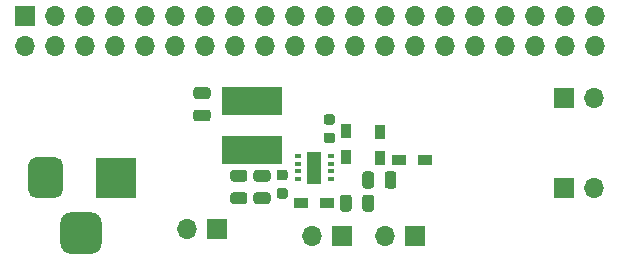
<source format=gts>
G04 #@! TF.GenerationSoftware,KiCad,Pcbnew,(5.1.6-0-10_14)*
G04 #@! TF.CreationDate,2021-08-26T03:19:47+09:00*
G04 #@! TF.ProjectId,5v,35762e6b-6963-4616-945f-706362585858,rev?*
G04 #@! TF.SameCoordinates,Original*
G04 #@! TF.FileFunction,Soldermask,Top*
G04 #@! TF.FilePolarity,Negative*
%FSLAX46Y46*%
G04 Gerber Fmt 4.6, Leading zero omitted, Abs format (unit mm)*
G04 Created by KiCad (PCBNEW (5.1.6-0-10_14)) date 2021-08-26 03:19:47*
%MOMM*%
%LPD*%
G01*
G04 APERTURE LIST*
%ADD10R,3.500000X3.500000*%
%ADD11R,1.700000X1.700000*%
%ADD12O,1.700000X1.700000*%
%ADD13R,5.100000X2.350000*%
%ADD14R,0.900000X1.200000*%
%ADD15R,1.200000X0.900000*%
%ADD16R,0.500000X0.400000*%
%ADD17R,1.250000X2.700000*%
G04 APERTURE END LIST*
G04 #@! TO.C,C1*
G36*
G01*
X134070000Y-90395000D02*
X134070000Y-91345000D01*
G75*
G02*
X133820000Y-91595000I-250000J0D01*
G01*
X133320000Y-91595000D01*
G75*
G02*
X133070000Y-91345000I0J250000D01*
G01*
X133070000Y-90395000D01*
G75*
G02*
X133320000Y-90145000I250000J0D01*
G01*
X133820000Y-90145000D01*
G75*
G02*
X134070000Y-90395000I0J-250000D01*
G01*
G37*
G36*
G01*
X135970000Y-90395000D02*
X135970000Y-91345000D01*
G75*
G02*
X135720000Y-91595000I-250000J0D01*
G01*
X135220000Y-91595000D01*
G75*
G02*
X134970000Y-91345000I0J250000D01*
G01*
X134970000Y-90395000D01*
G75*
G02*
X135220000Y-90145000I250000J0D01*
G01*
X135720000Y-90145000D01*
G75*
G02*
X135970000Y-90395000I0J-250000D01*
G01*
G37*
G04 #@! TD*
G04 #@! TO.C,CIN1*
G36*
G01*
X123095000Y-91010000D02*
X122145000Y-91010000D01*
G75*
G02*
X121895000Y-90760000I0J250000D01*
G01*
X121895000Y-90260000D01*
G75*
G02*
X122145000Y-90010000I250000J0D01*
G01*
X123095000Y-90010000D01*
G75*
G02*
X123345000Y-90260000I0J-250000D01*
G01*
X123345000Y-90760000D01*
G75*
G02*
X123095000Y-91010000I-250000J0D01*
G01*
G37*
G36*
G01*
X123095000Y-92910000D02*
X122145000Y-92910000D01*
G75*
G02*
X121895000Y-92660000I0J250000D01*
G01*
X121895000Y-92160000D01*
G75*
G02*
X122145000Y-91910000I250000J0D01*
G01*
X123095000Y-91910000D01*
G75*
G02*
X123345000Y-92160000I0J-250000D01*
G01*
X123345000Y-92660000D01*
G75*
G02*
X123095000Y-92910000I-250000J0D01*
G01*
G37*
G04 #@! TD*
G04 #@! TO.C,CIN2*
G36*
G01*
X125055000Y-91010000D02*
X124105000Y-91010000D01*
G75*
G02*
X123855000Y-90760000I0J250000D01*
G01*
X123855000Y-90260000D01*
G75*
G02*
X124105000Y-90010000I250000J0D01*
G01*
X125055000Y-90010000D01*
G75*
G02*
X125305000Y-90260000I0J-250000D01*
G01*
X125305000Y-90760000D01*
G75*
G02*
X125055000Y-91010000I-250000J0D01*
G01*
G37*
G36*
G01*
X125055000Y-92910000D02*
X124105000Y-92910000D01*
G75*
G02*
X123855000Y-92660000I0J250000D01*
G01*
X123855000Y-92160000D01*
G75*
G02*
X124105000Y-91910000I250000J0D01*
G01*
X125055000Y-91910000D01*
G75*
G02*
X125305000Y-92160000I0J-250000D01*
G01*
X125305000Y-92660000D01*
G75*
G02*
X125055000Y-92910000I-250000J0D01*
G01*
G37*
G04 #@! TD*
G04 #@! TO.C,CIN3*
G36*
G01*
X126540000Y-90905000D02*
X126040000Y-90905000D01*
G75*
G02*
X125815000Y-90680000I0J225000D01*
G01*
X125815000Y-90230000D01*
G75*
G02*
X126040000Y-90005000I225000J0D01*
G01*
X126540000Y-90005000D01*
G75*
G02*
X126765000Y-90230000I0J-225000D01*
G01*
X126765000Y-90680000D01*
G75*
G02*
X126540000Y-90905000I-225000J0D01*
G01*
G37*
G36*
G01*
X126540000Y-92455000D02*
X126040000Y-92455000D01*
G75*
G02*
X125815000Y-92230000I0J225000D01*
G01*
X125815000Y-91780000D01*
G75*
G02*
X126040000Y-91555000I225000J0D01*
G01*
X126540000Y-91555000D01*
G75*
G02*
X126765000Y-91780000I0J-225000D01*
G01*
X126765000Y-92230000D01*
G75*
G02*
X126540000Y-92455000I-225000J0D01*
G01*
G37*
G04 #@! TD*
G04 #@! TO.C,J1*
G36*
G01*
X107510000Y-96245000D02*
X107510000Y-94495000D01*
G75*
G02*
X108385000Y-93620000I875000J0D01*
G01*
X110135000Y-93620000D01*
G75*
G02*
X111010000Y-94495000I0J-875000D01*
G01*
X111010000Y-96245000D01*
G75*
G02*
X110135000Y-97120000I-875000J0D01*
G01*
X108385000Y-97120000D01*
G75*
G02*
X107510000Y-96245000I0J875000D01*
G01*
G37*
G36*
G01*
X104760000Y-91670000D02*
X104760000Y-89670000D01*
G75*
G02*
X105510000Y-88920000I750000J0D01*
G01*
X107010000Y-88920000D01*
G75*
G02*
X107760000Y-89670000I0J-750000D01*
G01*
X107760000Y-91670000D01*
G75*
G02*
X107010000Y-92420000I-750000J0D01*
G01*
X105510000Y-92420000D01*
G75*
G02*
X104760000Y-91670000I0J750000D01*
G01*
G37*
D10*
X112260000Y-90670000D03*
G04 #@! TD*
D11*
G04 #@! TO.C,J2*
X120750000Y-94980000D03*
D12*
X118210000Y-94980000D03*
G04 #@! TD*
D11*
G04 #@! TO.C,J4*
X150120000Y-83900000D03*
D12*
X152660000Y-83900000D03*
G04 #@! TD*
G04 #@! TO.C,C2*
G36*
G01*
X119975000Y-84010000D02*
X119025000Y-84010000D01*
G75*
G02*
X118775000Y-83760000I0J250000D01*
G01*
X118775000Y-83260000D01*
G75*
G02*
X119025000Y-83010000I250000J0D01*
G01*
X119975000Y-83010000D01*
G75*
G02*
X120225000Y-83260000I0J-250000D01*
G01*
X120225000Y-83760000D01*
G75*
G02*
X119975000Y-84010000I-250000J0D01*
G01*
G37*
G36*
G01*
X119975000Y-85910000D02*
X119025000Y-85910000D01*
G75*
G02*
X118775000Y-85660000I0J250000D01*
G01*
X118775000Y-85160000D01*
G75*
G02*
X119025000Y-84910000I250000J0D01*
G01*
X119975000Y-84910000D01*
G75*
G02*
X120225000Y-85160000I0J-250000D01*
G01*
X120225000Y-85660000D01*
G75*
G02*
X119975000Y-85910000I-250000J0D01*
G01*
G37*
G04 #@! TD*
G04 #@! TO.C,CBST1*
G36*
G01*
X130040000Y-86855000D02*
X130540000Y-86855000D01*
G75*
G02*
X130765000Y-87080000I0J-225000D01*
G01*
X130765000Y-87530000D01*
G75*
G02*
X130540000Y-87755000I-225000J0D01*
G01*
X130040000Y-87755000D01*
G75*
G02*
X129815000Y-87530000I0J225000D01*
G01*
X129815000Y-87080000D01*
G75*
G02*
X130040000Y-86855000I225000J0D01*
G01*
G37*
G36*
G01*
X130040000Y-85305000D02*
X130540000Y-85305000D01*
G75*
G02*
X130765000Y-85530000I0J-225000D01*
G01*
X130765000Y-85980000D01*
G75*
G02*
X130540000Y-86205000I-225000J0D01*
G01*
X130040000Y-86205000D01*
G75*
G02*
X129815000Y-85980000I0J225000D01*
G01*
X129815000Y-85530000D01*
G75*
G02*
X130040000Y-85305000I225000J0D01*
G01*
G37*
G04 #@! TD*
G04 #@! TO.C,CC1*
G36*
G01*
X132180000Y-92355000D02*
X132180000Y-93305000D01*
G75*
G02*
X131930000Y-93555000I-250000J0D01*
G01*
X131430000Y-93555000D01*
G75*
G02*
X131180000Y-93305000I0J250000D01*
G01*
X131180000Y-92355000D01*
G75*
G02*
X131430000Y-92105000I250000J0D01*
G01*
X131930000Y-92105000D01*
G75*
G02*
X132180000Y-92355000I0J-250000D01*
G01*
G37*
G36*
G01*
X134080000Y-92355000D02*
X134080000Y-93305000D01*
G75*
G02*
X133830000Y-93555000I-250000J0D01*
G01*
X133330000Y-93555000D01*
G75*
G02*
X133080000Y-93305000I0J250000D01*
G01*
X133080000Y-92355000D01*
G75*
G02*
X133330000Y-92105000I250000J0D01*
G01*
X133830000Y-92105000D01*
G75*
G02*
X134080000Y-92355000I0J-250000D01*
G01*
G37*
G04 #@! TD*
D11*
G04 #@! TO.C,J5*
X150120000Y-91520000D03*
D12*
X152660000Y-91520000D03*
G04 #@! TD*
D13*
G04 #@! TO.C,L1*
X123720000Y-88325000D03*
X123720000Y-84175000D03*
G04 #@! TD*
D14*
G04 #@! TO.C,R1*
X134600000Y-89030000D03*
X134600000Y-86830000D03*
G04 #@! TD*
D15*
G04 #@! TO.C,R2*
X136170000Y-89170000D03*
X138370000Y-89170000D03*
G04 #@! TD*
D14*
G04 #@! TO.C,R3*
X131720000Y-88930000D03*
X131720000Y-86730000D03*
G04 #@! TD*
D15*
G04 #@! TO.C,RC1*
X130080000Y-92840000D03*
X127880000Y-92840000D03*
G04 #@! TD*
D16*
G04 #@! TO.C,U1*
X127620000Y-88845000D03*
X127620000Y-89495000D03*
X127620000Y-90145000D03*
X127620000Y-90795000D03*
X130420000Y-90795000D03*
X130420000Y-90145000D03*
X130420000Y-89495000D03*
X130420000Y-88845000D03*
D17*
X129020000Y-89820000D03*
G04 #@! TD*
D12*
G04 #@! TO.C,J6*
X128810000Y-95620000D03*
D11*
X131350000Y-95620000D03*
G04 #@! TD*
G04 #@! TO.C,J7*
X137520000Y-95610000D03*
D12*
X134980000Y-95610000D03*
G04 #@! TD*
G04 #@! TO.C,J8*
X152760000Y-79500000D03*
X152760000Y-76960000D03*
X150220000Y-79500000D03*
X150220000Y-76960000D03*
X147680000Y-79500000D03*
X147680000Y-76960000D03*
X145140000Y-79500000D03*
X145140000Y-76960000D03*
X142600000Y-79500000D03*
X142600000Y-76960000D03*
X140060000Y-79500000D03*
X140060000Y-76960000D03*
X137520000Y-79500000D03*
X137520000Y-76960000D03*
X134980000Y-79500000D03*
X134980000Y-76960000D03*
X132440000Y-79500000D03*
X132440000Y-76960000D03*
X129900000Y-79500000D03*
X129900000Y-76960000D03*
X127360000Y-79500000D03*
X127360000Y-76960000D03*
X124820000Y-79500000D03*
X124820000Y-76960000D03*
X122280000Y-79500000D03*
X122280000Y-76960000D03*
X119740000Y-79500000D03*
X119740000Y-76960000D03*
X117200000Y-79500000D03*
X117200000Y-76960000D03*
X114660000Y-79500000D03*
X114660000Y-76960000D03*
X112120000Y-79500000D03*
X112120000Y-76960000D03*
X109580000Y-79500000D03*
X109580000Y-76960000D03*
X107040000Y-79500000D03*
X107040000Y-76960000D03*
X104500000Y-79500000D03*
D11*
X104500000Y-76960000D03*
G04 #@! TD*
M02*

</source>
